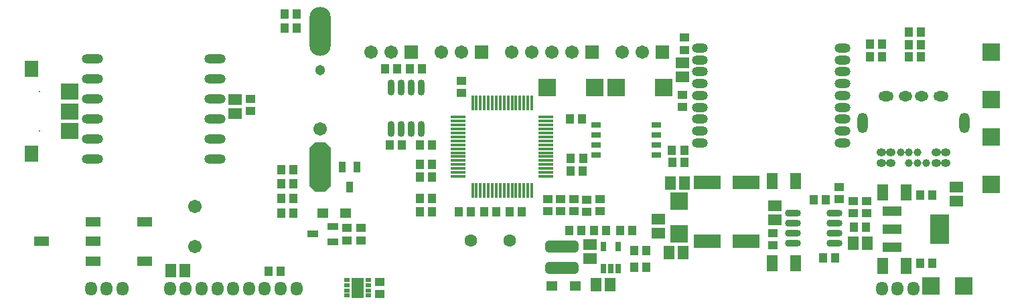
<source format=gts>
G04*
G04 #@! TF.GenerationSoftware,Altium Limited,Altium Designer,18.1.7 (191)*
G04*
G04 Layer_Color=8388736*
%FSLAX25Y25*%
%MOIN*%
G70*
G01*
G75*
%ADD21R,0.05721X0.04737*%
G04:AMPARAMS|DCode=22|XSize=59.18mil|YSize=165.48mil|CornerRadius=16.8mil|HoleSize=0mil|Usage=FLASHONLY|Rotation=90.000|XOffset=0mil|YOffset=0mil|HoleType=Round|Shape=RoundedRectangle|*
%AMROUNDEDRECTD22*
21,1,0.05918,0.13189,0,0,90.0*
21,1,0.02559,0.16548,0,0,90.0*
1,1,0.03359,0.06594,0.01280*
1,1,0.03359,0.06594,-0.01280*
1,1,0.03359,-0.06594,-0.01280*
1,1,0.03359,-0.06594,0.01280*
%
%ADD22ROUNDEDRECTD22*%
%ADD23R,0.13202X0.07099*%
%ADD24R,0.04658X0.04461*%
%ADD25R,0.05249X0.07887*%
%ADD26R,0.06587X0.05367*%
%ADD27O,0.07887X0.03556*%
%ADD28R,0.04461X0.04658*%
%ADD29R,0.05367X0.06587*%
%ADD30R,0.08674X0.08674*%
%ADD31O,0.03556X0.07887*%
%ADD32R,0.03556X0.05721*%
%ADD33R,0.05721X0.03556*%
%ADD34R,0.08674X0.08674*%
%ADD35R,0.04737X0.03162*%
%ADD36R,0.06306X0.10243*%
%ADD37R,0.03156X0.01975*%
%ADD38O,0.10642X0.04737*%
%ADD39O,0.07487X0.01502*%
%ADD40O,0.01502X0.07487*%
%ADD41R,0.07493X0.04737*%
%ADD42O,0.07887X0.04737*%
G04:AMPARAMS|DCode=43|XSize=106.42mil|YSize=244.22mil|CornerRadius=0mil|HoleSize=0mil|Usage=FLASHONLY|Rotation=0.000|XOffset=0mil|YOffset=0mil|HoleType=Round|Shape=Octagon|*
%AMOCTAGOND43*
4,1,8,-0.02661,0.12211,0.02661,0.12211,0.05321,0.09550,0.05321,-0.09550,0.02661,-0.12211,-0.02661,-0.12211,-0.05321,-0.09550,-0.05321,0.09550,-0.02661,0.12211,0.0*
%
%ADD43OCTAGOND43*%

%ADD44O,0.10642X0.24422*%
%ADD45R,0.08674X0.07887*%
%ADD46R,0.07099X0.07887*%
%ADD47R,0.03162X0.05131*%
%ADD48R,0.09461X0.04737*%
%ADD49R,0.09461X0.14580*%
%ADD50C,0.03950*%
%ADD51O,0.06706X0.05131*%
%ADD52O,0.07493X0.05131*%
%ADD53O,0.05131X0.10249*%
%ADD54O,0.04737X0.03950*%
%ADD55C,0.06706*%
%ADD56R,0.06706X0.06706*%
%ADD57C,0.06312*%
%ADD58C,0.05131*%
%ADD59C,0.00800*%
%ADD60O,0.05918X0.07099*%
D21*
X292307Y9319D02*
D03*
X280693D02*
D03*
X166492Y45636D02*
D03*
X178106D02*
D03*
D22*
X285500Y28819D02*
D03*
Y18189D02*
D03*
D23*
X377146Y61000D02*
D03*
X357854D02*
D03*
X377146Y31578D02*
D03*
X357854D02*
D03*
D24*
X390500Y35663D02*
D03*
Y29600D02*
D03*
X423500Y58663D02*
D03*
Y52600D02*
D03*
X130500Y102532D02*
D03*
Y96469D02*
D03*
X178606Y32105D02*
D03*
Y38168D02*
D03*
X185606Y32105D02*
D03*
Y38168D02*
D03*
X195000Y5162D02*
D03*
Y11225D02*
D03*
X291500Y46468D02*
D03*
Y52531D02*
D03*
X285000Y46468D02*
D03*
Y52531D02*
D03*
X278500Y46468D02*
D03*
Y52531D02*
D03*
X346500Y133167D02*
D03*
Y127104D02*
D03*
X345500Y98469D02*
D03*
Y104532D02*
D03*
X298004Y52445D02*
D03*
Y46382D02*
D03*
X304500Y46468D02*
D03*
Y52531D02*
D03*
X235500Y111768D02*
D03*
Y105705D02*
D03*
X437159Y51763D02*
D03*
Y45700D02*
D03*
X430500Y51763D02*
D03*
Y45700D02*
D03*
D25*
X401866Y61632D02*
D03*
X390134D02*
D03*
X456933Y19250D02*
D03*
X445201D02*
D03*
X390134Y20500D02*
D03*
X401866D02*
D03*
X445201Y55845D02*
D03*
X456933D02*
D03*
D26*
X391551Y49136D02*
D03*
Y42128D02*
D03*
X123000Y95354D02*
D03*
Y102362D02*
D03*
X345500Y113496D02*
D03*
Y120504D02*
D03*
X482000Y51496D02*
D03*
Y58504D02*
D03*
X333500Y35628D02*
D03*
Y42636D02*
D03*
X299500Y22996D02*
D03*
Y30004D02*
D03*
D27*
X400764Y45632D02*
D03*
Y40632D02*
D03*
Y35632D02*
D03*
Y30632D02*
D03*
X421236Y45632D02*
D03*
Y40632D02*
D03*
Y35632D02*
D03*
Y30632D02*
D03*
D28*
X417031Y52132D02*
D03*
X410968D02*
D03*
X415469Y23132D02*
D03*
X421531D02*
D03*
X463886Y54500D02*
D03*
X469949D02*
D03*
X464035Y20531D02*
D03*
X470098D02*
D03*
X458163Y123572D02*
D03*
X464226D02*
D03*
X458163Y129572D02*
D03*
X464226D02*
D03*
X458163Y136072D02*
D03*
X464226D02*
D03*
X197598Y117717D02*
D03*
X203661D02*
D03*
X153532Y145000D02*
D03*
X147468D02*
D03*
X153532Y138000D02*
D03*
X147468D02*
D03*
X145531Y16500D02*
D03*
X139469D02*
D03*
X146000Y60254D02*
D03*
X152063D02*
D03*
X146000Y67254D02*
D03*
X152063D02*
D03*
X346500Y77000D02*
D03*
X340437D02*
D03*
X346532Y71000D02*
D03*
X340469D02*
D03*
X214968Y79500D02*
D03*
X221031D02*
D03*
X214968Y70000D02*
D03*
X221031D02*
D03*
X214968Y63779D02*
D03*
X221031D02*
D03*
X214968Y53000D02*
D03*
X221031D02*
D03*
X214968Y46409D02*
D03*
X221031D02*
D03*
X295532Y92520D02*
D03*
X289469D02*
D03*
X295976Y66732D02*
D03*
X289913D02*
D03*
X265732Y46260D02*
D03*
X259669D02*
D03*
X246953D02*
D03*
X253016D02*
D03*
X234157D02*
D03*
X240220D02*
D03*
X152032Y53000D02*
D03*
X145968D02*
D03*
X145968Y45636D02*
D03*
X152032D02*
D03*
X445063Y123572D02*
D03*
X439000D02*
D03*
X445031Y130072D02*
D03*
X438969D02*
D03*
X290090Y73000D02*
D03*
X296153D02*
D03*
X209968Y117717D02*
D03*
X216032D02*
D03*
X199969Y79506D02*
D03*
X206031D02*
D03*
X314469Y37000D02*
D03*
X320532D02*
D03*
X430969Y38732D02*
D03*
X437032D02*
D03*
X307531Y37000D02*
D03*
X301468D02*
D03*
X289218D02*
D03*
X295282D02*
D03*
X327532Y27000D02*
D03*
X321468D02*
D03*
X321468Y18500D02*
D03*
X327532D02*
D03*
D29*
X437599Y30720D02*
D03*
X430591D02*
D03*
X90996Y17000D02*
D03*
X98004D02*
D03*
X346504Y60632D02*
D03*
X339496D02*
D03*
X346004Y26000D02*
D03*
X338996D02*
D03*
X309504Y10000D02*
D03*
X302496D02*
D03*
D30*
X499239Y60039D02*
D03*
Y83661D02*
D03*
Y125984D02*
D03*
Y102362D02*
D03*
X344000Y35232D02*
D03*
Y51768D02*
D03*
D31*
X215500Y108236D02*
D03*
X210500D02*
D03*
X205500D02*
D03*
X200500D02*
D03*
X215500Y87764D02*
D03*
X210500D02*
D03*
X205500D02*
D03*
X200500D02*
D03*
D32*
X183740Y68553D02*
D03*
X176260D02*
D03*
X180000Y58710D02*
D03*
D33*
X171528Y31396D02*
D03*
Y38876D02*
D03*
X161685Y35136D02*
D03*
D34*
X336311Y108236D02*
D03*
X312689D02*
D03*
X278279D02*
D03*
X301902D02*
D03*
X485768Y9319D02*
D03*
X469232D02*
D03*
D35*
X302661Y74500D02*
D03*
Y79500D02*
D03*
Y84500D02*
D03*
Y89500D02*
D03*
X332583D02*
D03*
Y84500D02*
D03*
Y79500D02*
D03*
Y74500D02*
D03*
D36*
X184000Y8319D02*
D03*
D37*
X189315Y4480D02*
D03*
Y7039D02*
D03*
Y9598D02*
D03*
Y12157D02*
D03*
X178685Y4480D02*
D03*
Y7039D02*
D03*
Y9598D02*
D03*
Y12157D02*
D03*
D38*
X113012Y72500D02*
D03*
Y82500D02*
D03*
Y92500D02*
D03*
Y102500D02*
D03*
Y112500D02*
D03*
Y122500D02*
D03*
X51988D02*
D03*
Y112500D02*
D03*
Y102500D02*
D03*
Y92500D02*
D03*
Y82500D02*
D03*
Y72500D02*
D03*
D39*
X234055Y63976D02*
D03*
Y65945D02*
D03*
Y67913D02*
D03*
Y69882D02*
D03*
Y71850D02*
D03*
Y73819D02*
D03*
Y75787D02*
D03*
Y77756D02*
D03*
Y79724D02*
D03*
Y81693D02*
D03*
Y83661D02*
D03*
Y85630D02*
D03*
Y87598D02*
D03*
Y89567D02*
D03*
Y91535D02*
D03*
Y93504D02*
D03*
X277756D02*
D03*
Y91535D02*
D03*
Y89567D02*
D03*
Y87598D02*
D03*
Y85630D02*
D03*
Y83661D02*
D03*
Y81693D02*
D03*
Y79724D02*
D03*
Y77756D02*
D03*
Y75787D02*
D03*
Y73819D02*
D03*
Y71850D02*
D03*
Y69882D02*
D03*
Y67913D02*
D03*
Y65945D02*
D03*
Y63976D02*
D03*
D40*
X241142Y100591D02*
D03*
X243110D02*
D03*
X245079D02*
D03*
X247047D02*
D03*
X249016D02*
D03*
X250984D02*
D03*
X252953D02*
D03*
X254921D02*
D03*
X256890D02*
D03*
X258858D02*
D03*
X260827D02*
D03*
X262795D02*
D03*
X264764D02*
D03*
X266732D02*
D03*
X268701D02*
D03*
X270669D02*
D03*
Y56890D02*
D03*
X268701D02*
D03*
X266732D02*
D03*
X264764D02*
D03*
X262795D02*
D03*
X260827D02*
D03*
X258858D02*
D03*
X256890D02*
D03*
X254921D02*
D03*
X252953D02*
D03*
X250984D02*
D03*
X249016D02*
D03*
X247047D02*
D03*
X245079D02*
D03*
X243110D02*
D03*
X241142D02*
D03*
D41*
X77898Y21736D02*
D03*
Y41421D02*
D03*
X52307Y31578D02*
D03*
Y21621D02*
D03*
Y41306D02*
D03*
X26717Y31463D02*
D03*
D42*
X425197Y127953D02*
D03*
Y122047D02*
D03*
Y116142D02*
D03*
Y110236D02*
D03*
Y104331D02*
D03*
Y98425D02*
D03*
Y92520D02*
D03*
Y86614D02*
D03*
Y80709D02*
D03*
X354331D02*
D03*
Y86614D02*
D03*
Y92520D02*
D03*
Y98425D02*
D03*
Y104331D02*
D03*
Y110236D02*
D03*
Y116142D02*
D03*
Y122047D02*
D03*
Y127953D02*
D03*
D43*
X165354Y68504D02*
D03*
D44*
Y136221D02*
D03*
D45*
X40551Y96457D02*
D03*
Y106299D02*
D03*
Y86614D02*
D03*
D46*
X21654Y117717D02*
D03*
Y75197D02*
D03*
D47*
X306260Y17988D02*
D03*
X310000D02*
D03*
X313740D02*
D03*
Y29012D02*
D03*
X306260D02*
D03*
D48*
X449882Y46787D02*
D03*
Y37732D02*
D03*
Y28677D02*
D03*
D49*
X473504Y37732D02*
D03*
D50*
X467126Y70472D02*
D03*
X462795D02*
D03*
X458465D02*
D03*
X462795Y75984D02*
D03*
X458465D02*
D03*
X454134D02*
D03*
D51*
X456693Y103858D02*
D03*
X464567D02*
D03*
D52*
X446850D02*
D03*
X474409D02*
D03*
D53*
X485827Y90551D02*
D03*
X435433D02*
D03*
D54*
X444488Y70472D02*
D03*
Y75984D02*
D03*
X476772D02*
D03*
Y70472D02*
D03*
X471850Y75984D02*
D03*
Y70472D02*
D03*
X449409D02*
D03*
Y75984D02*
D03*
D55*
X103000Y29000D02*
D03*
Y49000D02*
D03*
X235630Y125937D02*
D03*
X225630D02*
D03*
X165453Y87598D02*
D03*
X260630Y125937D02*
D03*
X270630D02*
D03*
X280630D02*
D03*
X290630D02*
D03*
X325630D02*
D03*
X315630D02*
D03*
X200630D02*
D03*
X190630D02*
D03*
D56*
X245630D02*
D03*
X300630D02*
D03*
X335630D02*
D03*
X210630D02*
D03*
D57*
X240441Y32000D02*
D03*
X259653D02*
D03*
D58*
X165354Y116962D02*
D03*
D59*
X25591Y106299D02*
D03*
Y86614D02*
D03*
D60*
X122047Y7874D02*
D03*
X106299D02*
D03*
X114173D02*
D03*
X129921D02*
D03*
X137795D02*
D03*
X145669D02*
D03*
X153543D02*
D03*
X98425D02*
D03*
X90551D02*
D03*
X59055D02*
D03*
X51181D02*
D03*
X444882D02*
D03*
X66929D02*
D03*
X452756D02*
D03*
X460630D02*
D03*
M02*

</source>
